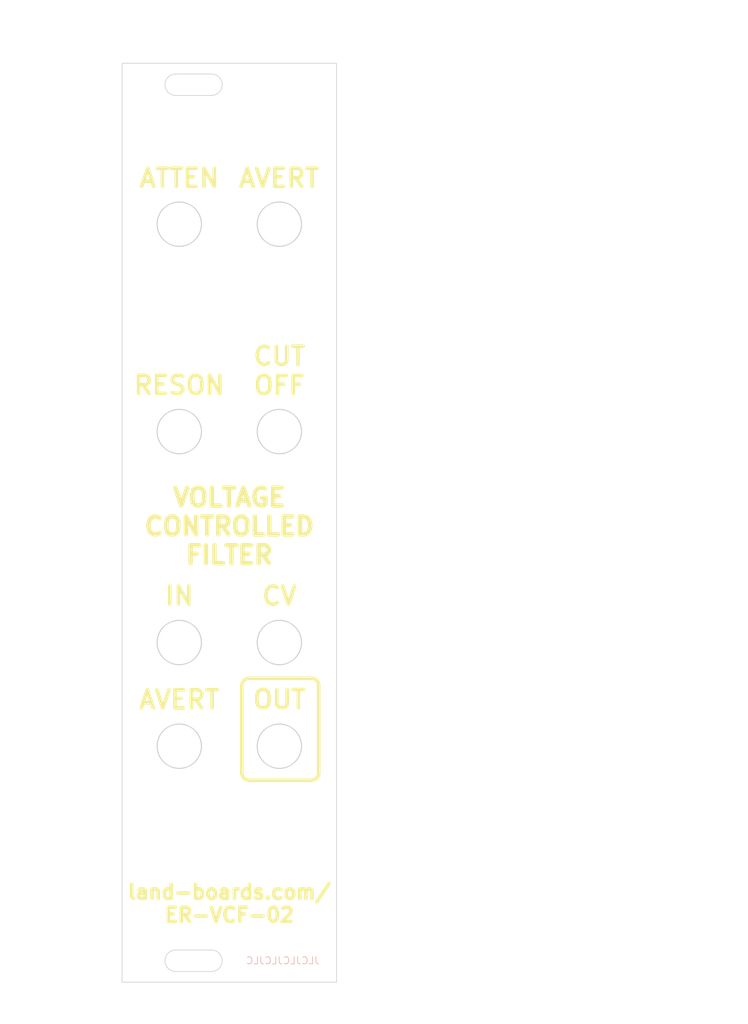
<source format=kicad_pcb>
(kicad_pcb (version 20221018) (generator pcbnew)

  (general
    (thickness 1.6)
  )

  (paper "A")
  (title_block
    (title "ER-PROTO-02")
    (date "2022-10-28")
    (rev "1")
    (company "LAND BOARDS, LLC")
  )

  (layers
    (0 "F.Cu" signal)
    (31 "B.Cu" signal)
    (32 "B.Adhes" user "B.Adhesive")
    (33 "F.Adhes" user "F.Adhesive")
    (34 "B.Paste" user)
    (35 "F.Paste" user)
    (36 "B.SilkS" user "B.Silkscreen")
    (37 "F.SilkS" user "F.Silkscreen")
    (38 "B.Mask" user)
    (39 "F.Mask" user)
    (40 "Dwgs.User" user "User.Drawings")
    (41 "Cmts.User" user "User.Comments")
    (42 "Eco1.User" user "User.Eco1")
    (43 "Eco2.User" user "User.Eco2")
    (44 "Edge.Cuts" user)
    (45 "Margin" user)
    (46 "B.CrtYd" user "B.Courtyard")
    (47 "F.CrtYd" user "F.Courtyard")
    (48 "B.Fab" user)
    (49 "F.Fab" user)
    (50 "User.1" user)
    (51 "User.2" user)
    (52 "User.3" user)
    (53 "User.4" user)
    (54 "User.5" user)
    (55 "User.6" user)
    (56 "User.7" user)
    (57 "User.8" user)
    (58 "User.9" user)
  )

  (setup
    (stackup
      (layer "F.SilkS" (type "Top Silk Screen"))
      (layer "F.Paste" (type "Top Solder Paste"))
      (layer "F.Mask" (type "Top Solder Mask") (thickness 0.01))
      (layer "F.Cu" (type "copper") (thickness 0.035))
      (layer "dielectric 1" (type "core") (thickness 1.51) (material "FR4") (epsilon_r 4.5) (loss_tangent 0.02))
      (layer "B.Cu" (type "copper") (thickness 0.035))
      (layer "B.Mask" (type "Bottom Solder Mask") (thickness 0.01))
      (layer "B.Paste" (type "Bottom Solder Paste"))
      (layer "B.SilkS" (type "Bottom Silk Screen"))
      (copper_finish "None")
      (dielectric_constraints no)
    )
    (pad_to_mask_clearance 0)
    (aux_axis_origin 0 84)
    (pcbplotparams
      (layerselection 0x00010f0_ffffffff)
      (plot_on_all_layers_selection 0x0000000_00000000)
      (disableapertmacros false)
      (usegerberextensions true)
      (usegerberattributes true)
      (usegerberadvancedattributes true)
      (creategerberjobfile false)
      (dashed_line_dash_ratio 12.000000)
      (dashed_line_gap_ratio 3.000000)
      (svgprecision 6)
      (plotframeref false)
      (viasonmask false)
      (mode 1)
      (useauxorigin false)
      (hpglpennumber 1)
      (hpglpenspeed 20)
      (hpglpendiameter 15.000000)
      (dxfpolygonmode true)
      (dxfimperialunits true)
      (dxfusepcbnewfont true)
      (psnegative false)
      (psa4output false)
      (plotreference true)
      (plotvalue true)
      (plotinvisibletext false)
      (sketchpadsonfab false)
      (subtractmaskfromsilk false)
      (outputformat 1)
      (mirror false)
      (drillshape 0)
      (scaleselection 1)
      (outputdirectory "PLOTS/")
    )
  )

  (net 0 "")

  (gr_line (start 84 86) (end 75.25 86)
    (stroke (width 0.5) (type default)) (layer "F.SilkS") (tstamp 32f93409-a236-4d35-af2c-82265820c917))
  (gr_line (start 75.25 100.25) (end 84 100.25)
    (stroke (width 0.5) (type default)) (layer "F.SilkS") (tstamp 48652f62-19ea-4a3b-b39f-b190ef1159cd))
  (gr_arc (start 74.25 87) (mid 74.542893 86.292893) (end 75.25 86)
    (stroke (width 0.5) (type default)) (layer "F.SilkS") (tstamp 61dbc499-ad6a-4951-a8eb-ca9aea7d5d24))
  (gr_arc (start 85 99.25) (mid 84.707107 99.957107) (end 84 100.25)
    (stroke (width 0.5) (type default)) (layer "F.SilkS") (tstamp 79f1bb34-42ee-4b29-9785-460ec11e2b73))
  (gr_line (start 74.25 87) (end 74.25 99.25)
    (stroke (width 0.5) (type default)) (layer "F.SilkS") (tstamp 7f4a8d0d-d05b-4894-b749-a37598c5a719))
  (gr_arc (start 84 86) (mid 84.707107 86.292893) (end 85 87)
    (stroke (width 0.5) (type default)) (layer "F.SilkS") (tstamp 9215767d-d37b-4f15-9073-c031f6d2af97))
  (gr_line (start 85 99.25) (end 85 87)
    (stroke (width 0.5) (type default)) (layer "F.SilkS") (tstamp a5350711-ea74-4eda-9b1c-6247ba55e9bb))
  (gr_arc (start 75.25 100.25) (mid 74.542893 99.957107) (end 74.25 99.25)
    (stroke (width 0.5) (type default)) (layer "F.SilkS") (tstamp d0de7258-e1eb-4832-8afa-c66c523e49b9))
  (gr_rect (start 57.499988 0) (end 87.499988 128.5)
    (stroke (width 0.635) (type solid)) (fill none) (layer "Dwgs.User") (tstamp 05758af2-c02d-4d35-a234-54caff4f8a1d))
  (gr_line (start 79.499988 5) (end 79.499988 133)
    (stroke (width 0.15) (type solid)) (layer "Dwgs.User") (tstamp 3fda080e-f768-4619-ba3c-beddd1d2b960))
  (gr_line (start 65.499988 0) (end 65.499988 133.5)
    (stroke (width 0.15) (type solid)) (layer "Dwgs.User") (tstamp d4a84172-1f92-4cbb-b64f-86f2b666b9cc))
  (gr_line (start 65 124) (end 70 124)
    (stroke (width 0.1) (type solid)) (layer "Edge.Cuts") (tstamp 2ab4e285-80ef-4098-93e3-671fb896f742))
  (gr_circle (center 79.5 81) (end 82.6 81)
    (stroke (width 0.15) (type solid)) (fill none) (layer "Edge.Cuts") (tstamp 46e2d4aa-fe68-4b8d-a9af-dbf8054cdafb))
  (gr_rect (start 57.5 0) (end 87.5 128.5)
    (stroke (width 0.1) (type solid)) (fill none) (layer "Edge.Cuts") (tstamp 5684e95c-6824-46cf-8e72-881178a51d31))
  (gr_line (start 65 127) (end 70 127)
    (stroke (width 0.1) (type solid)) (layer "Edge.Cuts") (tstamp 5805d656-927a-4296-aa49-a0ba3d7b6fe1))
  (gr_arc (start 65 4.5) (mid 63.5 3) (end 65 1.5)
    (stroke (width 0.1) (type solid)) (layer "Edge.Cuts") (tstamp 6d4680d6-df2d-480f-a6a4-c326cd29f6cc))
  (gr_circle (center 65.5 81) (end 68.6 81)
    (stroke (width 0.15) (type solid)) (fill none) (layer "Edge.Cuts") (tstamp 6ef8b72f-b13e-4e28-99e7-37f2c9e478ad))
  (gr_circle (center 79.499988 22.5) (end 82.599988 22.5)
    (stroke (width 0.15) (type solid)) (fill none) (layer "Edge.Cuts") (tstamp 70e8a7a5-f914-4a92-8c7a-229e7fd5a996))
  (gr_circle (center 65.5 95.5) (end 68.6 95.5)
    (stroke (width 0.15) (type solid)) (fill none) (layer "Edge.Cuts") (tstamp 79fdfeaf-90fa-4da5-8d68-bd0c46f09a4d))
  (gr_arc (start 70 1.5) (mid 71.5 3) (end 70 4.5)
    (stroke (width 0.1) (type solid)) (layer "Edge.Cuts") (tstamp 7b56934a-0312-4cbe-b24c-1c630881cbe4))
  (gr_arc (start 70 124) (mid 71.5 125.5) (end 70 127)
    (stroke (width 0.1) (type solid)) (layer "Edge.Cuts") (tstamp 925b0ad6-5413-4b16-a720-28e9e56ec287))
  (gr_arc (start 65 127) (mid 63.5 125.5) (end 65 124)
    (stroke (width 0.1) (type solid)) (layer "Edge.Cuts") (tstamp a0b9f050-1be7-488f-85b2-08f372f83ded))
  (gr_circle (center 65.5 51.5) (end 68.6 51.5)
    (stroke (width 0.15) (type solid)) (fill none) (layer "Edge.Cuts") (tstamp acc0b8e7-fe30-4488-b673-2664af1b414e))
  (gr_line (start 65 1.5) (end 70 1.5)
    (stroke (width 0.1) (type solid)) (layer "Edge.Cuts") (tstamp c9abd8e7-9bac-4f32-b61e-7ee03ea544b5))
  (gr_line (start 65 4.5) (end 70 4.5)
    (stroke (width 0.1) (type solid)) (layer "Edge.Cuts") (tstamp dfe9e57c-b62e-4af1-bb1b-a03cd7a96f62))
  (gr_circle (center 65.5 22.5) (end 68.6 22.5)
    (stroke (width 0.15) (type solid)) (fill none) (layer "Edge.Cuts") (tstamp e91dc35f-5a5d-4c63-99e4-0566dc20f961))
  (gr_circle (center 79.5 51.5) (end 82.6 51.5)
    (stroke (width 0.15) (type solid)) (fill none) (layer "Edge.Cuts") (tstamp eaced85f-cd27-44ca-9b54-4cd65b584d10))
  (gr_circle (center 79.5 95.5) (end 82.6 95.5)
    (stroke (width 0.15) (type solid)) (fill none) (layer "Edge.Cuts") (tstamp fce50298-0526-48a8-bde5-1b581332a77e))
  (gr_text "JLCJLCJLCJLC" (at 80 125.476) (layer "B.SilkS") (tstamp 1920062c-2877-4d84-82b2-3e202cd3b02a)
    (effects (font (size 1 1) (thickness 0.1)) (justify mirror))
  )
  (gr_text "AVERT" (at 79.475988 16.066) (layer "F.SilkS") (tstamp 0932daf5-053b-464b-bc20-4d6ccf3ec231)
    (effects (font (size 2.54 2.54) (thickness 0.508)))
  )
  (gr_text "land-boards.com/\nER-VCF-02" (at 72.5 117.5) (layer "F.SilkS") (tstamp 2142cda5-dc3e-41fd-8068-c43d31949145)
    (effects (font (size 2 2) (thickness 0.5)))
  )
  (gr_text "ATTEN" (at 65.505988 16.066) (layer "F.SilkS") (tstamp 23dd8768-ce3b-4761-ab9c-b4befe4f7095)
    (effects (font (size 2.54 2.54) (thickness 0.508)))
  )
  (gr_text "CUT\nOFF" (at 79.5 43) (layer "F.SilkS") (tstamp 60ee8891-6fb7-413c-92ca-a3179aef2cb8)
    (effects (font (size 2.54 2.54) (thickness 0.508)))
  )
  (gr_text "CV" (at 79.5 74.486) (layer "F.SilkS") (tstamp 655549fe-9f0a-4ded-b820-c2d9f8490094)
    (effects (font (size 2.54 2.54) (thickness 0.508)))
  )
  (gr_text "OUT" (at 79.5 88.964) (layer "F.SilkS") (tstamp 6e08961d-a3ec-4f0c-8a43-7914937784a0)
    (effects (font (size 2.54 2.54) (thickness 0.508)))
  )
  (gr_text "RESON" (at 65.5 45.022) (layer "F.SilkS") (tstamp 9bc1f6dc-b95d-4a04-82db-2edc775f093a)
    (effects (font (size 2.54 2.54) (thickness 0.508)))
  )
  (gr_text "AVERT" (at 65.5 89) (layer "F.SilkS") (tstamp a09b9fed-16df-4c2e-84b7-889628150725)
    (effects (font (size 2.54 2.54) (thickness 0.508)))
  )
  (gr_text "VOLTAGE\nCONTROLLED\nFILTER" (at 72.5 64.75) (layer "F.SilkS") (tstamp c7fb39ce-8609-43fc-9c23-b1abecb2e4e7)
    (effects (font (size 2.5 2.5) (thickness 0.625) bold))
  )
  (gr_text "IN" (at 65.5 74.486) (layer "F.SilkS") (tstamp fa12169a-8630-482a-b737-70c5479f6ce7)
    (effects (font (size 2.54 2.54) (thickness 0.508)))
  )
  (dimension (type aligned) (layer "Dwgs.User") (tstamp 199c3409-94cd-4099-a8e4-29483915ac37)
    (pts (xy 40 66.5) (xy 40 51.5))
    (height 92)
    (gr_text "15.0 mm" (at 130.85 59 90) (layer "Dwgs.User") (tstamp 199c3409-94cd-4099-a8e4-29483915ac37)
      (effects (font (size 1 1) (thickness 0.15)))
    )
    (format (prefix "") (suffix "") (units 2) (units_format 1) (precision 1))
    (style (thickness 0.15) (arrow_length 1.27) (text_position_mode 0) (extension_height 0.58642) (extension_offset 0.5) keep_text_aligned)
  )
  (dimension (type aligned) (layer "Dwgs.User") (tstamp 1e8e31b8-2adb-4bd3-a765-99e1c421fc7c)
    (pts (xy 105.5 120.5) (xy 119.5 120.5))
    (height -123.500004)
    (gr_text "14.0 mm" (at 112.5 -4.150004) (layer "Dwgs.User") (tstamp 1e8e31b8-2adb-4bd3-a765-99e1c421fc7c)
      (effects (font (size 1 1) (thickness 0.15)))
    )
    (format (prefix "") (suffix "") (units 2) (units_format 1) (precision 1))
    (style (thickness 0.15) (arrow_length 1.27) (text_position_mode 0) (extension_height 0.58642) (extension_offset 0.5) keep_text_aligned)
  )
  (dimension (type aligned) (layer "Dwgs.User") (tstamp 1f89f15a-97ee-41bb-9159-f60d60768b23)
    (pts (xy 57.499984 128.499997) (xy 63.999988 128.5))
    (height 4.000003)
    (gr_text "6.5 mm" (at 60.749985 131.350002 359.9999647) (layer "Dwgs.User") (tstamp 1f89f15a-97ee-41bb-9159-f60d60768b23)
      (effects (font (size 1 1) (thickness 0.15)))
    )
    (format (prefix "") (suffix "") (units 2) (units_format 1) (precision 1))
    (style (thickness 0.15) (arrow_length 1.27) (text_position_mode 0) (extension_height 0.58642) (extension_offset 0.5) keep_text_aligned)
  )
  (dimension (type aligned) (layer "Dwgs.User") (tstamp 22a0c28d-811c-493d-bdfa-ac6466af4ed9)
    (pts (xy 63.999986 128.5) (xy 79.499988 128.5))
    (height 4.000003)
    (gr_text "15.5 mm" (at 71.749987 131.350003) (layer "Dwgs.User") (tstamp 22a0c28d-811c-493d-bdfa-ac6466af4ed9)
      (effects (font (size 1 1) (thickness 0.15)))
    )
    (format (prefix "") (suffix "") (units 2) (units_format 1) (precision 1))
    (style (thickness 0.15) (arrow_length 1.27) (text_position_mode 0) (extension_height 0.58642) (extension_offset 0.5) keep_text_aligned)
  )
  (dimension (type aligned) (layer "Dwgs.User") (tstamp 2557b651-99f6-4f74-bdf6-1272512ec449)
    (pts (xy 126.5 110) (xy 126.5 108))
    (height 5.5)
    (gr_text "2.0 mm" (at 134 108.5 90) (layer "Dwgs.User") (tstamp 2557b651-99f6-4f74-bdf6-1272512ec449)
      (effects (font (size 1 1) (thickness 0.15)))
    )
    (format (prefix "") (suffix "") (units 3) (units_format 1) (precision 1))
    (style (thickness 0.15) (arrow_length 1.27) (text_position_mode 2) (extension_height 0.58642) (extension_offset 0.5) keep_text_aligned)
  )
  (dimension (type aligned) (layer "Dwgs.User") (tstamp 260f5ec4-066f-49d2-bb20-6c8f3bdcdda7)
    (pts (xy 126.5 110) (xy 126.5 10))
    (height 11)
    (gr_text "100.0 mm" (at 136.35 60 90) (layer "Dwgs.User") (tstamp 260f5ec4-066f-49d2-bb20-6c8f3bdcdda7)
      (effects (font (size 1 1) (thickness 0.15)))
    )
    (format (prefix "") (suffix "") (units 2) (units_format 1) (precision 1))
    (style (thickness 0.15) (arrow_length 1.27) (text_position_mode 0) (extension_height 0.58642) (extension_offset 0.5) keep_text_aligned)
  )
  (dimension (type aligned) (layer "Dwgs.User") (tstamp 262a68fd-a323-4127-b4a8-c48017beeede)
    (pts (xy 87.499988 66.5) (xy 87.499988 61.5))
    (height -33.5)
    (gr_text "5.0 mm" (at 52.849988 64 90) (layer "Dwgs.User") (tstamp 262a68fd-a323-4127-b4a8-c48017beeede)
      (effects (font (size 1 1) (thickness 0.15)))
    )
    (format (prefix "") (suffix "") (units 2) (units_format 1) (precision 1))
    (style (thickness 0.15) (arrow_length 1.27) (text_position_mode 0) (extension_height 0.58642) (extension_offset 0.5) keep_text_aligned)
  )
  (dimension (type aligned) (layer "Dwgs.User") (tstamp 2a98a16f-739e-4364-8dab-20dfe5ff5952)
    (pts (xy 40 128.5) (xy 40 118.5))
    (height 90)
    (gr_text "10.0000 mm" (at 128.85 123.5 90) (layer "Dwgs.User") (tstamp 2a98a16f-739e-4364-8dab-20dfe5ff5952)
      (effects (font (size 1 1) (thickness 0.15)))
    )
    (format (prefix "") (suffix "") (units 3) (units_format 1) (precision 4))
    (style (thickness 0.15) (arrow_length 1.27) (text_position_mode 0) (extension_height 0.58642) (extension_offset 0.5) keep_text_aligned)
  )
  (dimension (type aligned) (layer "Dwgs.User") (tstamp 2d545f9f-e304-433d-8d63-6a014edd384d)
    (pts (xy 57.499988 129) (xy 65.499988 129))
    (height -131.5)
    (gr_text "8.0 mm" (at 61.499988 -3.65) (layer "Dwgs.User") (tstamp 2d545f9f-e304-433d-8d63-6a014edd384d)
      (effects (font (size 1 1) (thickness 0.15)))
    )
    (format (prefix "") (suffix "") (units 2) (units_format 1) (precision 1))
    (style (thickness 0.15) (arrow_length 1.27) (text_position_mode 0) (extension_height 0.58642) (extension_offset 0.5) keep_text_aligned)
  )
  (dimension (type aligned) (layer "Dwgs.User") (tstamp 3560ba19-80a6-48c9-95f9-15bd6ad96580)
    (pts (xy 87.499988 37) (xy 87.499988 32))
    (height -33.5)
    (gr_text "5.0 mm" (at 52.849988 34.5 90) (layer "Dwgs.User") (tstamp 3560ba19-80a6-48c9-95f9-15bd6ad96580)
      (effects (font (size 1 1) (thickness 0.15)))
    )
    (format (prefix "") (suffix "") (units 2) (units_format 1) (precision 1))
    (style (thickness 0.15) (arrow_length 1.27) (text_position_mode 0) (extension_height 0.58642) (extension_offset 0.5) keep_text_aligned)
  )
  (dimension (type aligned) (layer "Dwgs.User") (tstamp 3e23d59c-99c5-4c4f-a319-6c20ca950f6e)
    (pts (xy 40 81) (xy 40 66.5))
    (height 92)
    (gr_text "14.5 mm" (at 132 73.75 90) (layer "Dwgs.User") (tstamp 3e23d59c-99c5-4c4f-a319-6c20ca950f6e)
      (effects (font (size 1 1) (thickness 0.15)))
    )
    (format (prefix "") (suffix "") (units 2) (units_format 1) (precision 1))
    (style (thickness 0.15) (arrow_length 1.27) (text_position_mode 1) (extension_height 0.58642) (extension_offset 0.5) keep_text_aligned)
  )
  (dimension (type aligned) (layer "Dwgs.User") (tstamp 455e15ba-4f91-4e6b-83b5-3edcf6c7fb38)
    (pts (xy 57.999988 128.499997) (xy 57.999992 125.5))
    (height 33.5)
    (gr_text "3.0 mm" (at 91.499992 133.500012 89.99992361) (layer "Dwgs.User") (tstamp 455e15ba-4f91-4e6b-83b5-3edcf6c7fb38)
      (effects (font (size 1 1) (thickness 0.15)))
    )
    (format (prefix "") (suffix "") (units 2) (units_format 1) (precision 1))
    (style (thickness 0.15) (arrow_length 1.27) (text_position_mode 2) (extension_height 0.58642) (extension_offset 0.5) keep_text_aligned)
  )
  (dimension (type aligned) (layer "Dwgs.User") (tstamp 478950a9-b032-4b70-ba80-48040033542a)
    (pts (xy 40 108) (xy 40 95.5))
    (height 92)
    (gr_text "12.5 mm" (at 132 101.75 90) (layer "Dwgs.User") (tstamp 478950a9-b032-4b70-ba80-48040033542a)
      (effects (font (size 1 1) (thickness 0.15)))
    )
    (format (prefix "") (suffix "") (units 2) (units_format 1) (precision 1))
    (style (thickness 0.15) (arrow_length 1.27) (text_position_mode 1) (extension_height 0.58642) (extension_offset 0.5) keep_text_aligned)
  )
  (dimension (type aligned) (layer "Dwgs.User") (tstamp 503c6bff-ffde-4d49-8717-a0634efd564a)
    (pts (xy 65.499988 128.5) (xy 79.499988 128.5))
    (height -131)
    (gr_text "14.0 mm" (at 72.499988 -3.65) (layer "Dwgs.User") (tstamp 503c6bff-ffde-4d49-8717-a0634efd564a)
      (effects (font (size 1 1) (thickness 0.15)))
    )
    (format (prefix "") (suffix "") (units 2) (units_format 1) (precision 1))
    (style (thickness 0.15) (arrow_length 1.27) (text_position_mode 0) (extension_height 0.58642) (extension_offset 0.5) keep_text_aligned)
  )
  (dimension (type aligned) (layer "Dwgs.User") (tstamp 66f81827-39d6-4703-b9cf-f21912c59b15)
    (pts (xy 40 37) (xy 40 22.5))
    (height 92)
    (gr_text "14.5 mm" (at 130.85 29.75 90) (layer "Dwgs.User") (tstamp 66f81827-39d6-4703-b9cf-f21912c59b15)
      (effects (font (size 1 1) (thickness 0.15)))
    )
    (format (prefix "") (suffix "") (units 2) (units_format 1) (precision 1))
    (style (thickness 0.15) (arrow_length 1.27) (text_position_mode 0) (extension_height 0.58642) (extension_offset 0.5) keep_text_aligned)
  )
  (dimension (type aligned) (layer "Dwgs.User") (tstamp 6d06ac8a-1eaa-4729-8e1b-f5f986af5b4a)
    (pts (xy 40 0) (xy 40 10))
    (height -92)
    (gr_text "10.0 mm" (at 130.85 5 90) (layer "Dwgs.User") (tstamp 6d06ac8a-1eaa-4729-8e1b-f5f986af5b4a)
      (effects (font (size 1 1) (thickness 0.15)))
    )
    (format (prefix "") (suffix "") (units 2) (units_format 1) (precision 1))
    (style (thickness 0.15) (arrow_length 1.27) (text_position_mode 0) (extension_height 0.58642) (extension_offset 0.5) keep_text_aligned)
  )
  (dimension (type aligned) (layer "Dwgs.User") (tstamp 734a1cd4-53b4-40d0-aded-9694621a9013)
    (pts (xy 87.499988 81) (xy 87.499988 76))
    (height -33.5)
    (gr_text "5.0 mm" (at 52.849988 78.5 90) (layer "Dwgs.User") (tstamp 734a1cd4-53b4-40d0-aded-9694621a9013)
      (effects (font (size 1 1) (thickness 0.15)))
    )
    (format (prefix "") (suffix "") (units 2) (units_format 1) (precision 1))
    (style (thickness 0.15) (arrow_length 1.27) (text_position_mode 0) (extension_height 0.58642) (extension_offset 0.5) keep_text_aligned)
  )
  (dimension (type aligned) (layer "Dwgs.User") (tstamp 8b8fef52-f161-4c9b-8c8a-4c27386ac642)
    (pts (xy 40 128.5) (xy 40 110))
    (height 97.5)
    (gr_text "18.5000 mm" (at 136.35 119.25 90) (layer "Dwgs.User") (tstamp 8b8fef52-f161-4c9b-8c8a-4c27386ac642)
      (effects (font (size 1 1) (thickness 0.15)))
    )
    (format (prefix "") (suffix "") (units 3) (units_format 1) (precision 4))
    (style (thickness 0.15) (arrow_length 1.27) (text_position_mode 0) (extension_height 0.58642) (extension_offset 0.5) keep_text_aligned)
  )
  (dimension (type aligned) (layer "Dwgs.User") (tstamp 96749ddd-b33a-4ee3-8e8c-f3540da89a6b)
    (pts (xy 57.499984 0) (xy 87.5 0))
    (height -7)
    (gr_text "30.0 mm" (at 72.499992 -7) (layer "Dwgs.User") (tstamp 96749ddd-b33a-4ee3-8e8c-f3540da89a6b)
      (effects (font (size 1 1) (thickness 0.15)))
    )
    (format (prefix "") (suffix "") (units 2) (units_format 1) (precision 1))
    (style (thickness 0.15) (arrow_length 1.27) (text_position_mode 1) (extension_height 0.58642) (extension_offset 0.5) keep_text_aligned)
  )
  (dimension (type aligned) (layer "Dwgs.User") (tstamp 9b4e1ad6-c996-4783-b230-740c41abc989)
    (pts (xy 57.499984 0) (xy 57.499984 3))
    (height -33.406004)
    (gr_text "3.0 mm" (at 89.755988 1.5 90) (layer "Dwgs.User") (tstamp 9b4e1ad6-c996-4783-b230-740c41abc989)
      (effects (font (size 1 1) (thickness 0.15)))
    )
    (format (prefix "") (suffix "") (units 2) (units_format 1) (precision 1))
    (style (thickness 0.15) (arrow_length 1.27) (text_position_mode 0) (extension_height 0.58642) (extension_offset 0.5) keep_text_aligned)
  )
  (dimension (type aligned) (layer "Dwgs.User") (tstamp 9c7418f0-4334-40bc-b380-c758c7809159)
    (pts (xy 70 128.5) (xy 70 0))
    (height 72.24)
    (gr_text "128.5 mm" (at 141.09 64.25 90) (layer "Dwgs.User") (tstamp 9c7418f0-4334-40bc-b380-c758c7809159)
      (effects (font (size 1 1) (thickness 0.15)))
    )
    (format (prefix "") (suffix "") (units 2) (units_format 1) (precision 1))
    (style (thickness 0.15) (arrow_length 1.27) (text_position_mode 0) (extension_height 0.58642) (extension_offset 0.5) keep_text_aligned)
  )
  (dimension (type aligned) (layer "Dwgs.User") (tstamp a1edb351-b615-4411-8789-9a3ea49b6ee9)
    (pts (xy 87.499988 95.5) (xy 87.499988 90.5))
    (height -33.5)
    (gr_text "5.0 mm" (at 52.849988 93 90) (layer "Dwgs.User") (tstamp a1edb351-b615-4411-8789-9a3ea49b6ee9)
      (effects (font (size 1 1) (thickness 0.15)))
    )
    (format (prefix "") (suffix "") (units 2) (units_format 1) (precision 1))
    (style (thickness 0.15) (arrow_length 1.27) (text_position_mode 0) (extension_height 0.58642) (extension_offset 0.5) keep_text_aligned)
  )
  (dimension (type aligned) (layer "Dwgs.User") (tstamp a60a568c-c304-4df5-aa86-d0e19f3bc54d)
    (pts (xy 79.499988 129) (xy 87.499988 129))
    (height -131.5)
    (gr_text "8.0 mm" (at 83.499988 -3.65) (layer "Dwgs.User") (tstamp a60a568c-c304-4df5-aa86-d0e19f3bc54d)
      (effects (font (size 1 1) (thickness 0.15)))
    )
    (format (prefix "") (suffix "") (units 2) (units_format 1) (precision 1))
    (style (thickness 0.15) (arrow_length 1.27) (text_position_mode 0) (extension_height 0.58642) (extension_offset 0.5) keep_text_aligned)
  )
  (dimension (type aligned) (layer "Dwgs.User") (tstamp b22f29f2-0bcd-4d17-8b2a-59f72f75b499)
    (pts (xy 40 51.5) (xy 40 37))
    (height 92)
    (gr_text "14.5 mm" (at 130.85 44.25 90) (layer "Dwgs.User") (tstamp b22f29f2-0bcd-4d17-8b2a-59f72f75b499)
      (effects (font (size 1 1) (thickness 0.15)))
    )
    (format (prefix "") (suffix "") (units 2) (units_format 1) (precision 1))
    (style (thickness 0.15) (arrow_length 1.27) (text_position_mode 0) (extension_height 0.58642) (extension_offset 0.5) keep_text_aligned)
  )
  (dimension (type aligned) (layer "Dwgs.User") (tstamp c1cc34fa-a0c5-4634-accc-e34975da571a)
    (pts (xy 119.5 120) (xy 126.5 120.000004))
    (height -123.000004)
    (gr_text "7.0 mm" (at 123.00007 -3.000002 359.9999673) (layer "Dwgs.User") (tstamp c1cc34fa-a0c5-4634-accc-e34975da571a)
      (effects (font (size 1 1) (thickness 0.15)))
    )
    (format (prefix "") (suffix "") (units 2) (units_format 1) (precision 1))
    (style (thickness 0.15) (arrow_length 1.27) (text_position_mode 1) (extension_height 0.58642) (extension_offset 0.5) keep_text_aligned)
  )
  (dimension (type aligned) (layer "Dwgs.User") (tstamp cc17f78e-e02f-442e-b01b-2ac117f36412)
    (pts (xy 40 22.5) (xy 40 10))
    (height 92)
    (gr_text "12.5 mm" (at 130.85 16.25 90) (layer "Dwgs.User") (tstamp cc17f78e-e02f-442e-b01b-2ac117f36412)
      (effects (font (size 1 1) (thickness 0.15)))
    )
    (format (prefix "") (suffix "") (units 2) (units_format 1) (precision 1))
    (style (thickness 0.15) (arrow_length 1.27) (text_position_mode 0) (extension_height 0.58642) (extension_offset 0.5) keep_text_aligned)
  )
  (dimension (type aligned) (layer "Dwgs.User") (tstamp d782cc9a-fa81-4208-aaa3-c39805dad7a3)
    (pts (xy 40 95.5) (xy 40 81))
    (height 92)
    (gr_text "14.5 mm" (at 132 88.25 90) (layer "Dwgs.User") (tstamp d782cc9a-fa81-4208-aaa3-c39805dad7a3)
      (effects (font (size 1 1) (thickness 0.15)))
    )
    (format (prefix "") (suffix "") (units 2) (units_format 1) (precision 1))
    (style (thickness 0.15) (arrow_length 1.27) (text_position_mode 1) (extension_height 0.58642) (extension_offset 0.5) keep_text_aligned)
  )
  (dimension (type aligned) (layer "Dwgs.User") (tstamp e1ab2dfe-99cc-4edf-b09a-c44c5e94492b)
    (pts (xy 87.499988 22.5) (xy 87.499988 17.5))
    (height -33.5)
    (gr_text "5.0 mm" (at 52.849988 20 90) (layer "Dwgs.User") (tstamp e1ab2dfe-99cc-4edf-b09a-c44c5e94492b)
      (effects (font (size 1 1) (thickness 0.15)))
    )
    (format (prefix "") (suffix "") (units 2) (units_format 1) (precision 1))
    (style (thickness 0.15) (arrow_length 1.27) (text_position_mode 0) (extension_height 0.58642) (extension_offset 0.5) keep_text_aligned)
  )
  (dimension (type aligned) (layer "Dwgs.User") (tstamp e57daa1d-ee15-41b6-a021-7cbb10c7c326)
    (pts (xy 126.5 9.500004) (xy 124 9.500004))
    (height -106.999996)
    (gr_text "2.5 mm" (at 125.25 115.35) (layer "Dwgs.User") (tstamp e57daa1d-ee15-41b6-a021-7cbb10c7c326)
      (effects (font (size 1 1) (thickness 0.15)))
    )
    (format (prefix "") (suffix "") (units 2) (units_format 1) (precision 1))
    (style (thickness 0.15) (arrow_length 1.27) (text_position_mode 0) (extension_height 0.58642) (extension_offset 0.5) keep_text_aligned)
  )
  (dimension (type aligned) (layer "Dwgs.User") (tstamp ea3559cc-5243-4772-8068-9b66a6b331e1)
    (pts (xy 98.5 120.500004) (xy 105.5 120.5))
    (height -123.5)
    (gr_text "7.0 mm" (at 101.999929 -4.149998 3.274044542e-05) (layer "Dwgs.User") (tstamp ea3559cc-5243-4772-8068-9b66a6b331e1)
      (effects (font (size 1 1) (thickness 0.15)))
    )
    (format (prefix "") (suffix "") (units 2) (units_format 1) (precision 1))
    (style (thickness 0.15) (arrow_length 1.27) (text_position_mode 0) (extension_height 0.58642) (extension_offset 0.5) keep_text_aligned)
  )
  (dimension (type aligned) (layer "Dwgs.User") (tstamp ee52ed9a-fe21-45b1-a428-83501c475943)
    (pts (xy 98.5 13.500004) (xy 126.5 13.500004))
    (height -21.500004)
    (gr_text "28.0 mm" (at 112.5 -8) (layer "Dwgs.User") (tstamp ee52ed9a-fe21-45b1-a428-83501c475943)
      (effects (font (size 1 1) (thickness 0.15)))
    )
    (format (prefix "") (suffix "") (units 2) (units_format 1) (precision 1))
    (style (thickness 0.15) (arrow_length 1.27) (text_position_mode 1) (extension_height 0.58642) (extension_offset 0.5) keep_text_aligned)
  )
  (dimension (type aligned) (layer "Dwgs.User") (tstamp ef196175-2a53-433c-9128-c88de3d518fc)
    (pts (xy 124 108) (xy 124 14.5))
    (height 11.5)
    (gr_text "93.5000 mm" (at 134.35 61.25 90) (layer "Dwgs.User") (tstamp ef196175-2a53-433c-9128-c88de3d518fc)
      (effects (font (size 1 1) (thickness 0.15)))
    )
    (format (prefix "") (suffix "") (units 3) (units_format 1) (precision 4))
    (style (thickness 0.15) (arrow_length 1.27) (text_position_mode 0) (extension_height 0.58642) (extension_offset 0.5) keep_text_aligned)
  )
  (dimension (type aligned) (layer "Dwgs.User") (tstamp f108bc70-f493-46b5-9d11-f6ee4daa9607)
    (pts (xy 87.499988 51.5) (xy 87.499988 46.5))
    (height -33.5)
    (gr_text "5.0 mm" (at 52.849988 49 90) (layer "Dwgs.User") (tstamp f108bc70-f493-46b5-9d11-f6ee4daa9607)
      (effects (font (size 1 1) (thickness 0.15)))
    )
    (format (prefix "") (suffix "") (units 2) (units_format 1) (precision 1))
    (style (thickness 0.15) (arrow_length 1.27) (text_position_mode 0) (extension_height 0.58642) (extension_offset 0.5) keep_text_aligned)
  )
  (dimension (type aligned) (layer "Dwgs.User") (tstamp f61aa9da-bdb0-4d24-a543-c14c297fb90b)
    (pts (xy 79.499988 128.5) (xy 87.5 128.499997))
    (height 4.000003)
    (gr_text "8.0 mm" (at 83.499995 131.350001 2.864784676e-05) (layer "Dwgs.User") (tstamp f61aa9da-bdb0-4d24-a543-c14c297fb90b)
      (effects (font (size 1 1) (thickness 0.15)))
    )
    (format (prefix "") (suffix "") (units 2) (units_format 1) (precision 1))
    (style (thickness 0.15) (arrow_length 1.27) (text_position_mode 0) (extension_height 0.58642) (extension_offset 0.5) keep_text_aligned)
  )

)

</source>
